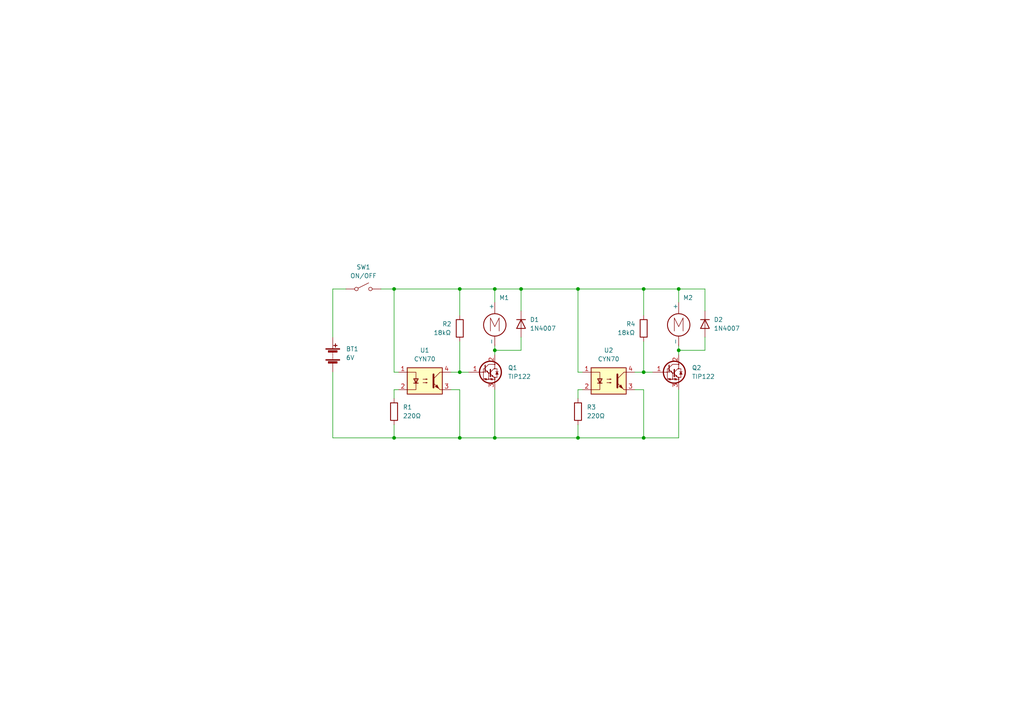
<source format=kicad_sch>
(kicad_sch (version 20211123) (generator eeschema)
  (paper "A4")
  (title_block (title "ROBOT SIGUE-LÍNEAS") (date "2023-08-04") (rev "1") (company "E.E.S.T. N° 3 \"DOMINGO FAUSTINO SARMIENTO\""))
  (lib_symbols
    (symbol "Device:Battery" (pin_numbers hide) (pin_names (offset 0) hide)
      (property "Reference" "BT" (at 2.54 2.54 0))
      (property "Value" "Battery" (at 2.54 0 0))
      (symbol "Battery_0_1"
        (rectangle (start -2.032 -1.397) (end 2.032 -1.651) (fill (type outline)))
        (rectangle (start -2.032 1.778) (end 2.032 1.524) (fill (type outline)))
        (rectangle (start -1.3208 -1.9812) (end 1.27 -2.4892) (fill (type outline)))
        (rectangle (start -1.3208 1.1938) (end 1.27 0.6858) (fill (type outline)))
        (polyline (pts (xy 0 -1.524) (xy 0 -1.27)))
        (polyline (pts (xy 0 -1.016) (xy 0 -0.762)))
        (polyline (pts (xy 0 -0.508) (xy 0 -0.254)))
        (polyline (pts (xy 0 0) (xy 0 0.254)))
        (polyline (pts (xy 0 0.508) (xy 0 0.762)))
        (polyline (pts (xy 0 1.778) (xy 0 2.54)))
        (polyline (pts (xy 0.254 2.667) (xy 1.27 2.667)) (stroke (width 0.254)))
        (polyline (pts (xy 0.762 3.175) (xy 0.762 2.159)) (stroke (width 0.254)))
      )
      (symbol "Battery_1_1"
        (pin passive line (at 0 5.08 270) (length 2.54) (name "+") (number "1"))
        (pin passive line (at 0 -5.08 90) (length 2.54) (name "-") (number "2"))
      )
    )
    (symbol "Device:R" (pin_numbers hide) (pin_names (offset 0))
      (property "Reference" "R" (at 2.032 0 90))
      (property "Value" "R" (at 0 0 90))
      (symbol "R_0_1"
        (rectangle (start -1.016 -2.54) (end 1.016 2.54) (stroke (width 0.254)))
      )
      (symbol "R_1_1"
        (pin passive line (at 0 3.81 270) (length 1.27) (name "~") (number "1"))
        (pin passive line (at 0 -3.81 90) (length 1.27) (name "~") (number "2"))
      )
    )
    (symbol "Diode:1N4007" (pin_numbers hide) (pin_names hide)
      (property "Reference" "D" (at 0 2.54 0))
      (property "Value" "1N4007" (at 0 -2.54 0))
      (symbol "1N4007_0_1"
        (polyline (pts (xy -1.27 1.27) (xy -1.27 -1.27)) (stroke (width 0.254)))
        (polyline (pts (xy 1.27 0) (xy -1.27 0)))
        (polyline (pts (xy 1.27 1.27) (xy 1.27 -1.27) (xy -1.27 0) (xy 1.27 1.27)) (stroke (width 0.254)))
      )
      (symbol "1N4007_1_1"
        (pin passive line (at -3.81 0 0) (length 2.54) (name "K") (number "1"))
        (pin passive line (at 3.81 0 180) (length 2.54) (name "A") (number "2"))
      )
    )
    (symbol "Isolator:EL817" (pin_names (offset 1.016))
      (property "Reference" "U" (at -5.08 5.08 0))
      (property "Value" "EL817" (at 0 5.08 0))
      (symbol "EL817_0_1"
        (rectangle (start -5.08 3.81) (end 5.08 -3.81) (stroke (width 0.254)) (fill (type background)))
        (polyline (pts (xy -3.175 -0.635) (xy -1.905 -0.635)) (stroke (width 0.254)))
        (polyline (pts (xy 2.54 0.635) (xy 4.445 2.54)))
        (polyline (pts (xy 4.445 -2.54) (xy 2.54 -0.635)) (fill (type outline)))
        (polyline (pts (xy 4.445 -2.54) (xy 5.08 -2.54)))
        (polyline (pts (xy 4.445 2.54) (xy 5.08 2.54)))
        (polyline (pts (xy -5.08 2.54) (xy -2.54 2.54) (xy -2.54 -0.635)))
        (polyline (pts (xy -2.54 -0.635) (xy -2.54 -2.54) (xy -5.08 -2.54)))
        (polyline (pts (xy 2.54 1.905) (xy 2.54 -1.905) (xy 2.54 -1.905)) (stroke (width 0.508)))
        (polyline (pts (xy -2.54 -0.635) (xy -3.175 0.635) (xy -1.905 0.635) (xy -2.54 -0.635)) (stroke (width 0.254)))
        (polyline (pts (xy -0.508 -0.508) (xy 0.762 -0.508) (xy 0.381 -0.635) (xy 0.381 -0.381) (xy 0.762 -0.508)))
        (polyline (pts (xy -0.508 0.508) (xy 0.762 0.508) (xy 0.381 0.381) (xy 0.381 0.635) (xy 0.762 0.508)))
        (polyline (pts (xy 3.048 -1.651) (xy 3.556 -1.143) (xy 4.064 -2.159) (xy 3.048 -1.651) (xy 3.048 -1.651)) (fill (type outline)))
      )
      (symbol "EL817_1_1"
        (pin passive line (at -7.62 2.54 0) (length 2.54) (name "~") (number "1"))
        (pin passive line (at -7.62 -2.54 0) (length 2.54) (name "~") (number "2"))
        (pin passive line (at 7.62 -2.54 180) (length 2.54) (name "~") (number "3"))
        (pin passive line (at 7.62 2.54 180) (length 2.54) (name "~") (number "4"))
      )
    )
    (symbol "Motor:Motor_DC" (pin_numbers hide) (pin_names (offset 0))
      (property "Reference" "M" (at 2.54 2.54 0))
      (property "Value" "Motor_DC" (at 2.54 -5.08 0))
      (symbol "Motor_DC_0_0"
        (polyline (pts (xy -1.27 -3.302) (xy -1.27 0.508) (xy 0 -2.032) (xy 1.27 0.508) (xy 1.27 -3.302)))
      )
      (symbol "Motor_DC_0_1"
        (circle (center 0 -1.524) (radius 3.2512) (stroke (width 0.254)))
        (polyline (pts (xy 0 -7.62) (xy 0 -7.112)))
        (polyline (pts (xy 0 -4.7752) (xy 0 -5.1816)))
        (polyline (pts (xy 0 1.7272) (xy 0 2.0828)))
        (polyline (pts (xy 0 2.032) (xy 0 2.54)))
      )
      (symbol "Motor_DC_1_1"
        (pin passive line (at 0 5.08 270) (length 2.54) (name "+") (number "1"))
        (pin passive line (at 0 -7.62 90) (length 2.54) (name "-") (number "2"))
      )
    )
    (symbol "Switch:SW_SPST" (pin_numbers hide) (pin_names (offset 0) hide)
      (property "Reference" "SW" (at 0 3.175 0))
      (property "Value" "SW_SPST" (at 0 -2.54 0))
      (symbol "SW_SPST_0_0"
        (circle (center -2.032 0) (radius 0.508))
        (polyline (pts (xy -1.524 0.254) (xy 1.524 1.778)))
        (circle (center 2.032 0) (radius 0.508))
      )
      (symbol "SW_SPST_1_1"
        (pin passive line (at -5.08 0 0) (length 2.54) (name "A") (number "1"))
        (pin passive line (at 5.08 0 180) (length 2.54) (name "B") (number "2"))
      )
    )
    (symbol "Transistor_BJT:TIP122" (pin_names (offset 0) hide)
      (property "Reference" "Q" (at 5.08 1.905 0))
      (property "Value" "TIP122" (at 5.08 0 0))
      (symbol "TIP122_0_1"
        (circle (center -0.762 0) (radius 0.127))
        (polyline (pts (xy -1.27 0) (xy -0.889 0)))
        (polyline (pts (xy 2.54 -2.032) (xy 2.54 -2.54)))
        (polyline (pts (xy 2.54 -1.524) (xy 3.175 -1.524)))
        (polyline (pts (xy 2.794 0.127) (xy 3.556 0.127)))
        (polyline (pts (xy 3.175 -0.635) (xy 3.175 -1.524)))
        (polyline (pts (xy 3.175 1.016) (xy 2.54 1.016)))
        (polyline (pts (xy 3.175 1.016) (xy 3.175 0.127)))
        (polyline (pts (xy -0.254 0.762) (xy 0.762 -0.254) (xy 1.27 -0.254)))
        (polyline (pts (xy -0.254 1.016) (xy -0.762 1.016) (xy -0.762 -2.032)))
        (polyline (pts (xy -0.254 1.27) (xy 0.762 2.286) (xy 2.54 2.286)))
        (polyline (pts (xy -0.254 2.032) (xy -0.254 0) (xy -0.254 0)) (stroke (width 0.3048)))
        (polyline (pts (xy 1.27 0.762) (xy 1.27 -1.27) (xy 1.27 -1.27)) (stroke (width 0.381)))
        (polyline (pts (xy 0.635 -0.127) (xy 0.381 0.381) (xy 0.127 0.127) (xy 0.635 -0.127)))
        (polyline (pts (xy 1.27 -0.508) (xy 2.286 -1.524) (xy 2.54 -1.524) (xy 2.54 -2.032)))
        (polyline (pts (xy 1.27 0) (xy 2.286 1.016) (xy 2.54 1.016) (xy 2.54 2.286)))
        (polyline (pts (xy 2.159 -1.397) (xy 1.905 -0.889) (xy 1.651 -1.143) (xy 2.159 -1.397)))
        (polyline (pts (xy 3.175 0.127) (xy 2.794 -0.635) (xy 3.556 -0.635) (xy 3.175 0.127)) (fill (type outline)))
        (polyline (pts (xy 0.762 -2.032) (xy 0.381 -2.032) (xy 0.254 -2.286) (xy 0.127 -1.778) (xy 0 -2.286) (xy -0.127 -1.778) (xy -0.254 -2.286) (xy -0.381 -1.778) (xy -0.508 -2.032) (xy -0.762 -2.032)))
        (polyline (pts (xy 0.762 -0.254) (xy 0.762 -2.032) (xy 1.143 -2.032) (xy 1.27 -1.778) (xy 1.397 -2.286) (xy 1.524 -1.778) (xy 1.651 -2.286) (xy 1.778 -1.778) (xy 1.905 -2.286) (xy 2.032 -2.032) (xy 2.54 -2.032)))
        (circle (center 0.762 -2.032) (radius 0.127))
        (circle (center 0.762 -0.254) (radius 0.127))
        (circle (center 1.27 0) (radius 3.175) (stroke (width 0.3556)))
        (circle (center 2.54 -2.032) (radius 0.127))
        (circle (center 2.54 -1.524) (radius 0.127))
        (circle (center 2.54 1.016) (radius 0.127))
        (circle (center 2.54 2.286) (radius 0.127))
      )
      (symbol "TIP122_1_1"
        (pin input line (at -5.08 0 0) (length 3.81) (name "B") (number "1"))
        (pin passive line (at 2.54 5.08 270) (length 2.667) (name "C") (number "2"))
        (pin passive line (at 2.54 -5.08 90) (length 2.54) (name "E") (number "3"))
      )
    )
  )
  (junction (at 186.69 107.95))
  (junction (at 133.35 127))
  (junction (at 196.85 101.6))
  (junction (at 167.64 127))
  (junction (at 143.51 83.82))
  (junction (at 196.85 83.82))
  (junction (at 186.69 83.82))
  (junction (at 186.69 127))
  (junction (at 167.64 83.82))
  (junction (at 114.3 83.82))
  (junction (at 133.35 83.82))
  (junction (at 143.51 127))
  (junction (at 114.3 127))
  (junction (at 151.13 83.82))
  (junction (at 133.35 107.95))
  (junction (at 143.51 101.6))
  (wire (pts (xy 184.15 113.03) (xy 186.69 113.03)))
  (wire (pts (xy 96.52 83.82) (xy 100.33 83.82)))
  (wire (pts (xy 184.15 107.95) (xy 186.69 107.95)))
  (wire (pts (xy 130.81 107.95) (xy 133.35 107.95)))
  (wire (pts (xy 143.51 127) (xy 143.51 113.03)))
  (wire (pts (xy 196.85 83.82) (xy 186.69 83.82)))
  (wire (pts (xy 114.3 83.82) (xy 110.49 83.82)))
  (wire (pts (xy 151.13 83.82) (xy 143.51 83.82)))
  (wire (pts (xy 186.69 113.03) (xy 186.69 127)))
  (wire (pts (xy 133.35 113.03) (xy 133.35 127)))
  (wire (pts (xy 115.57 113.03) (xy 114.3 113.03)))
  (wire (pts (xy 115.57 107.95) (xy 114.3 107.95)))
  (wire (pts (xy 143.51 127) (xy 167.64 127)))
  (wire (pts (xy 167.64 83.82) (xy 186.69 83.82)))
  (wire (pts (xy 114.3 127) (xy 133.35 127)))
  (wire (pts (xy 96.52 107.95) (xy 96.52 127)))
  (wire (pts (xy 167.64 123.19) (xy 167.64 127)))
  (wire (pts (xy 151.13 83.82) (xy 167.64 83.82)))
  (wire (pts (xy 186.69 107.95) (xy 189.23 107.95)))
  (wire (pts (xy 168.91 107.95) (xy 167.64 107.95)))
  (wire (pts (xy 204.47 101.6) (xy 196.85 101.6)))
  (wire (pts (xy 114.3 107.95) (xy 114.3 83.82)))
  (wire (pts (xy 186.69 127) (xy 196.85 127)))
  (wire (pts (xy 114.3 113.03) (xy 114.3 115.57)))
  (wire (pts (xy 114.3 123.19) (xy 114.3 127)))
  (wire (pts (xy 114.3 83.82) (xy 133.35 83.82)))
  (wire (pts (xy 196.85 127) (xy 196.85 113.03)))
  (wire (pts (xy 143.51 83.82) (xy 133.35 83.82)))
  (wire (pts (xy 133.35 127) (xy 143.51 127)))
  (wire (pts (xy 151.13 97.79) (xy 151.13 101.6)))
  (wire (pts (xy 186.69 83.82) (xy 186.69 91.44)))
  (wire (pts (xy 133.35 107.95) (xy 135.89 107.95)))
  (wire (pts (xy 168.91 113.03) (xy 167.64 113.03)))
  (wire (pts (xy 151.13 90.17) (xy 151.13 83.82)))
  (wire (pts (xy 204.47 97.79) (xy 204.47 101.6)))
  (wire (pts (xy 204.47 90.17) (xy 204.47 83.82)))
  (wire (pts (xy 167.64 113.03) (xy 167.64 115.57)))
  (wire (pts (xy 143.51 100.33) (xy 143.51 101.6)))
  (wire (pts (xy 143.51 101.6) (xy 143.51 102.87)))
  (wire (pts (xy 196.85 100.33) (xy 196.85 101.6)))
  (wire (pts (xy 167.64 127) (xy 186.69 127)))
  (wire (pts (xy 96.52 127) (xy 114.3 127)))
  (wire (pts (xy 196.85 87.63) (xy 196.85 83.82)))
  (wire (pts (xy 151.13 101.6) (xy 143.51 101.6)))
  (wire (pts (xy 96.52 97.79) (xy 96.52 83.82)))
  (wire (pts (xy 186.69 99.06) (xy 186.69 107.95)))
  (wire (pts (xy 133.35 83.82) (xy 133.35 91.44)))
  (wire (pts (xy 196.85 101.6) (xy 196.85 102.87)))
  (wire (pts (xy 143.51 87.63) (xy 143.51 83.82)))
  (wire (pts (xy 204.47 83.82) (xy 196.85 83.82)))
  (wire (pts (xy 167.64 107.95) (xy 167.64 83.82)))
  (wire (pts (xy 133.35 99.06) (xy 133.35 107.95)))
  (wire (pts (xy 130.81 113.03) (xy 133.35 113.03)))
  (symbol (lib_id "Isolator:EL817") (at 176.53 110.49 0) (unit 1)
    (property "Reference" "U2" (at 176.53 101.6 0))
    (property "Value" "CYN70" (at 176.53 104.14 0))
    (property "Footprint" "Package_DIP:DIP-4_W7.62mm" (effects hide))
    (property "Datasheet" "http://www.everlight.com/file/ProductFile/EL817.pdf" (effects hide))
  )
  (symbol (lib_id "Device:R") (at 167.64 119.38 0) (unit 1)
    (property "Reference" "R3" (at 170.18 118.1099 0) (effects (justify left)))
    (property "Value" "220Ω" (at 170.18 120.6499 0) (effects (justify left)))
  )
  (symbol (lib_id "Diode:1N4007") (at 204.47 93.98 90) (mirror x) (unit 1)
    (property "Reference" "D2" (at 207.01 92.71 90) (effects (justify right)))
    (property "Value" "1N4007" (at 207.01 95.25 90) (effects (justify right)))
    (property "Footprint" "Diode_THT:D_DO-41_SOD81_P10.16mm_Horizontal" (effects hide))
    (property "Datasheet" "http://www.vishay.com/docs/88503/1n4001.pdf" (effects hide))
  )
  (symbol (lib_id "Diode:1N4007") (at 151.13 93.98 90) (mirror x) (unit 1)
    (property "Reference" "D1" (at 153.67 92.71 90) (effects (justify right)))
    (property "Value" "1N4007" (at 153.67 95.25 90) (effects (justify right)))
    (property "Footprint" "Diode_THT:D_DO-41_SOD81_P10.16mm_Horizontal" (effects hide))
    (property "Datasheet" "http://www.vishay.com/docs/88503/1n4001.pdf" (effects hide))
  )
  (symbol (lib_id "Device:R") (at 133.35 95.25 0) (unit 1)
    (property "Reference" "R2" (at 128.27 93.98 0) (effects (justify left)))
    (property "Value" "18kΩ" (at 125.73 96.52 0) (effects (justify left)))
  )
  (symbol (lib_id "Transistor_BJT:TIP122") (at 140.97 107.95 0) (unit 1)
    (property "Reference" "Q1" (at 147.32 106.6799 0) (effects (justify left)))
    (property "Value" "TIP122" (at 147.32 109.2199 0) (effects (justify left)))
    (property "Footprint" "Package_TO_SOT_THT:TO-220-3_Vertical" (effects hide))
    (property "Datasheet" "https://www.onsemi.com/pub/Collateral/TIP120-D.PDF" (effects hide))
  )
  (symbol (lib_id "Device:Battery") (at 96.52 102.87 0) (unit 1)
    (property "Reference" "BT1" (at 100.33 101.2189 0) (effects (justify left)))
    (property "Value" "6V" (at 100.33 103.7589 0) (effects (justify left)))
  )
  (symbol (lib_id "Isolator:EL817") (at 123.19 110.49 0) (unit 1)
    (property "Reference" "U1" (at 123.19 101.6 0))
    (property "Value" "CYN70" (at 123.19 104.14 0))
    (property "Footprint" "Package_DIP:DIP-4_W7.62mm" (effects hide))
    (property "Datasheet" "http://www.everlight.com/file/ProductFile/EL817.pdf" (effects hide))
  )
  (symbol (lib_id "Device:R") (at 186.69 95.25 0) (unit 1)
    (property "Reference" "R4" (at 181.61 93.98 0) (effects (justify left)))
    (property "Value" "18kΩ" (at 179.07 96.52 0) (effects (justify left)))
  )
  (symbol (lib_id "Transistor_BJT:TIP122") (at 194.31 107.95 0) (unit 1)
    (property "Reference" "Q2" (at 200.66 106.6799 0) (effects (justify left)))
    (property "Value" "TIP122" (at 200.66 109.2199 0) (effects (justify left)))
    (property "Footprint" "Package_TO_SOT_THT:TO-220-3_Vertical" (effects hide))
    (property "Datasheet" "https://www.onsemi.com/pub/Collateral/TIP120-D.PDF" (effects hide))
  )
  (symbol (lib_id "Device:R") (at 114.3 119.38 0) (unit 1)
    (property "Reference" "R1" (at 116.84 118.1099 0) (effects (justify left)))
    (property "Value" "220Ω" (at 116.84 120.6499 0) (effects (justify left)))
  )
  (symbol (lib_id "Motor:Motor_DC") (at 143.51 92.71 0) (unit 1)
    (property "Reference" "M1" (at 144.78 86.36 0) (effects (justify left)))
    (property "Value" "Motor A" (effects hide))
  )
  (symbol (lib_id "Switch:SW_SPST") (at 105.41 83.82 0) (unit 1)
    (property "Reference" "SW1" (at 105.41 77.47 0))
    (property "Value" "ON/OFF" (at 105.41 80.01 0))
  )
  (symbol (lib_id "Motor:Motor_DC") (at 196.85 92.71 0) (unit 1)
    (property "Reference" "M2" (at 198.12 86.36 0) (effects (justify left)))
    (property "Value" "Motor A" (effects hide))
  )
)
</source>
